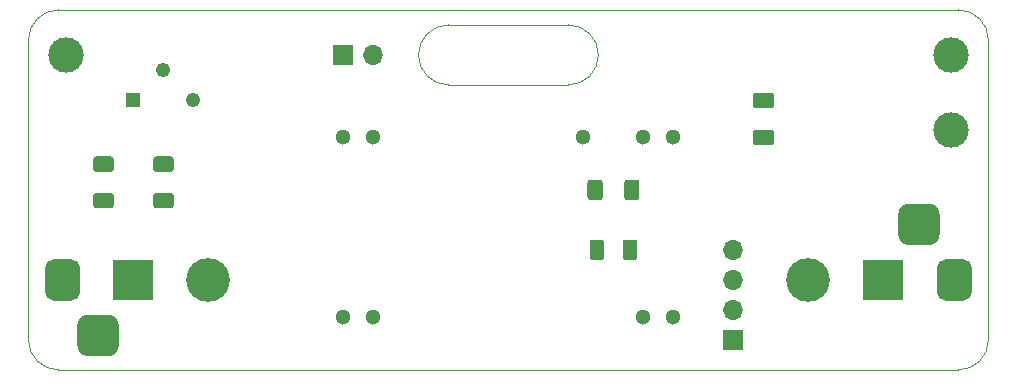
<source format=gbr>
%TF.GenerationSoftware,KiCad,Pcbnew,5.1.8+dfsg1-1+b1*%
%TF.CreationDate,2021-01-29T12:05:02-06:00*%
%TF.ProjectId,driver,64726976-6572-42e6-9b69-6361645f7063,1.0.0*%
%TF.SameCoordinates,Original*%
%TF.FileFunction,Soldermask,Top*%
%TF.FilePolarity,Negative*%
%FSLAX46Y46*%
G04 Gerber Fmt 4.6, Leading zero omitted, Abs format (unit mm)*
G04 Created by KiCad (PCBNEW 5.1.8+dfsg1-1+b1) date 2021-01-29 12:05:02*
%MOMM*%
%LPD*%
G01*
G04 APERTURE LIST*
%TA.AperFunction,Profile*%
%ADD10C,0.100000*%
%TD*%
%ADD11C,3.000000*%
%ADD12R,1.222000X1.222000*%
%ADD13C,1.222000*%
%ADD14C,3.700000*%
%ADD15C,1.300000*%
%ADD16R,3.500000X3.500000*%
%ADD17O,1.700000X1.700000*%
%ADD18R,1.700000X1.700000*%
G04 APERTURE END LIST*
D10*
X121920000Y-85090000D02*
G75*
G02*
X119380000Y-82550000I0J2540000D01*
G01*
X165100000Y-78740000D02*
X88900000Y-78740000D01*
X119380000Y-82550000D02*
G75*
G02*
X121920000Y-80010000I2540000J0D01*
G01*
X132080000Y-80010000D02*
G75*
G02*
X134620000Y-82550000I0J-2540000D01*
G01*
X134620000Y-82550000D02*
G75*
G02*
X132080000Y-85090000I-2540000J0D01*
G01*
X132080000Y-80010000D02*
X121920000Y-80010000D01*
X132080000Y-85090000D02*
X121920000Y-85090000D01*
X165100000Y-109220000D02*
X88900000Y-109220000D01*
X86360000Y-81280000D02*
X86360000Y-106680000D01*
X167640000Y-106680000D02*
X167640000Y-81280000D01*
X86360000Y-81280000D02*
G75*
G02*
X88900000Y-78740000I2540000J0D01*
G01*
X88900000Y-109220000D02*
G75*
G02*
X86360000Y-106680000I0J2540000D01*
G01*
X167640000Y-106680000D02*
G75*
G02*
X165100000Y-109220000I-2540000J0D01*
G01*
X165100000Y-78740000D02*
G75*
G02*
X167640000Y-81280000I0J-2540000D01*
G01*
D11*
%TO.C,TP3*%
X164465000Y-82550000D03*
%TD*%
%TO.C,TP2*%
X164465000Y-88900000D03*
%TD*%
%TO.C,TP1*%
X89535000Y-82550000D03*
%TD*%
%TO.C,R2*%
G36*
G01*
X92085000Y-94245000D02*
X93335000Y-94245000D01*
G75*
G02*
X93585000Y-94495000I0J-250000D01*
G01*
X93585000Y-95295000D01*
G75*
G02*
X93335000Y-95545000I-250000J0D01*
G01*
X92085000Y-95545000D01*
G75*
G02*
X91835000Y-95295000I0J250000D01*
G01*
X91835000Y-94495000D01*
G75*
G02*
X92085000Y-94245000I250000J0D01*
G01*
G37*
G36*
G01*
X92085000Y-91145000D02*
X93335000Y-91145000D01*
G75*
G02*
X93585000Y-91395000I0J-250000D01*
G01*
X93585000Y-92195000D01*
G75*
G02*
X93335000Y-92445000I-250000J0D01*
G01*
X92085000Y-92445000D01*
G75*
G02*
X91835000Y-92195000I0J250000D01*
G01*
X91835000Y-91395000D01*
G75*
G02*
X92085000Y-91145000I250000J0D01*
G01*
G37*
%TD*%
%TO.C,R1*%
G36*
G01*
X98415000Y-92445000D02*
X97165000Y-92445000D01*
G75*
G02*
X96915000Y-92195000I0J250000D01*
G01*
X96915000Y-91395000D01*
G75*
G02*
X97165000Y-91145000I250000J0D01*
G01*
X98415000Y-91145000D01*
G75*
G02*
X98665000Y-91395000I0J-250000D01*
G01*
X98665000Y-92195000D01*
G75*
G02*
X98415000Y-92445000I-250000J0D01*
G01*
G37*
G36*
G01*
X98415000Y-95545000D02*
X97165000Y-95545000D01*
G75*
G02*
X96915000Y-95295000I0J250000D01*
G01*
X96915000Y-94495000D01*
G75*
G02*
X97165000Y-94245000I250000J0D01*
G01*
X98415000Y-94245000D01*
G75*
G02*
X98665000Y-94495000I0J-250000D01*
G01*
X98665000Y-95295000D01*
G75*
G02*
X98415000Y-95545000I-250000J0D01*
G01*
G37*
%TD*%
%TO.C,C2*%
G36*
G01*
X147939999Y-85747500D02*
X149240001Y-85747500D01*
G75*
G02*
X149490000Y-85997499I0J-249999D01*
G01*
X149490000Y-86822501D01*
G75*
G02*
X149240001Y-87072500I-249999J0D01*
G01*
X147939999Y-87072500D01*
G75*
G02*
X147690000Y-86822501I0J249999D01*
G01*
X147690000Y-85997499D01*
G75*
G02*
X147939999Y-85747500I249999J0D01*
G01*
G37*
G36*
G01*
X147939999Y-88872500D02*
X149240001Y-88872500D01*
G75*
G02*
X149490000Y-89122499I0J-249999D01*
G01*
X149490000Y-89947501D01*
G75*
G02*
X149240001Y-90197500I-249999J0D01*
G01*
X147939999Y-90197500D01*
G75*
G02*
X147690000Y-89947501I0J249999D01*
G01*
X147690000Y-89122499D01*
G75*
G02*
X147939999Y-88872500I249999J0D01*
G01*
G37*
%TD*%
D12*
%TO.C,RV1*%
X95250000Y-86360000D03*
D13*
X97790000Y-83820000D03*
X100330000Y-86360000D03*
%TD*%
%TO.C,R5*%
G36*
G01*
X136790000Y-94605001D02*
X136790000Y-93354999D01*
G75*
G02*
X137039999Y-93105000I249999J0D01*
G01*
X137840001Y-93105000D01*
G75*
G02*
X138090000Y-93354999I0J-249999D01*
G01*
X138090000Y-94605001D01*
G75*
G02*
X137840001Y-94855000I-249999J0D01*
G01*
X137039999Y-94855000D01*
G75*
G02*
X136790000Y-94605001I0J249999D01*
G01*
G37*
G36*
G01*
X133690000Y-94605001D02*
X133690000Y-93354999D01*
G75*
G02*
X133939999Y-93105000I249999J0D01*
G01*
X134740001Y-93105000D01*
G75*
G02*
X134990000Y-93354999I0J-249999D01*
G01*
X134990000Y-94605001D01*
G75*
G02*
X134740001Y-94855000I-249999J0D01*
G01*
X133939999Y-94855000D01*
G75*
G02*
X133690000Y-94605001I0J249999D01*
G01*
G37*
%TD*%
%TO.C,D1*%
G36*
G01*
X136665000Y-99685000D02*
X136665000Y-98435000D01*
G75*
G02*
X136915000Y-98185000I250000J0D01*
G01*
X137665000Y-98185000D01*
G75*
G02*
X137915000Y-98435000I0J-250000D01*
G01*
X137915000Y-99685000D01*
G75*
G02*
X137665000Y-99935000I-250000J0D01*
G01*
X136915000Y-99935000D01*
G75*
G02*
X136665000Y-99685000I0J250000D01*
G01*
G37*
G36*
G01*
X133865000Y-99685000D02*
X133865000Y-98435000D01*
G75*
G02*
X134115000Y-98185000I250000J0D01*
G01*
X134865000Y-98185000D01*
G75*
G02*
X135115000Y-98435000I0J-250000D01*
G01*
X135115000Y-99685000D01*
G75*
G02*
X134865000Y-99935000I-250000J0D01*
G01*
X134115000Y-99935000D01*
G75*
G02*
X133865000Y-99685000I0J250000D01*
G01*
G37*
%TD*%
D14*
%TO.C,REF\u002A\u002A*%
X152400000Y-101600000D03*
%TD*%
%TO.C,REF\u002A\u002A*%
X101600000Y-101600000D03*
%TD*%
D15*
%TO.C,U2*%
X140970000Y-89535000D03*
X138430000Y-89535000D03*
X133350000Y-89535000D03*
X115570000Y-89535000D03*
X113030000Y-89535000D03*
X113030000Y-104775000D03*
X115570000Y-104775000D03*
X138430000Y-104775000D03*
X140970000Y-104775000D03*
%TD*%
D16*
%TO.C,J4*%
X95250000Y-101600000D03*
G36*
G01*
X87750000Y-102600000D02*
X87750000Y-100600000D01*
G75*
G02*
X88500000Y-99850000I750000J0D01*
G01*
X90000000Y-99850000D01*
G75*
G02*
X90750000Y-100600000I0J-750000D01*
G01*
X90750000Y-102600000D01*
G75*
G02*
X90000000Y-103350000I-750000J0D01*
G01*
X88500000Y-103350000D01*
G75*
G02*
X87750000Y-102600000I0J750000D01*
G01*
G37*
G36*
G01*
X90500000Y-107175000D02*
X90500000Y-105425000D01*
G75*
G02*
X91375000Y-104550000I875000J0D01*
G01*
X93125000Y-104550000D01*
G75*
G02*
X94000000Y-105425000I0J-875000D01*
G01*
X94000000Y-107175000D01*
G75*
G02*
X93125000Y-108050000I-875000J0D01*
G01*
X91375000Y-108050000D01*
G75*
G02*
X90500000Y-107175000I0J875000D01*
G01*
G37*
%TD*%
%TO.C,J3*%
G36*
G01*
X163500000Y-96025000D02*
X163500000Y-97775000D01*
G75*
G02*
X162625000Y-98650000I-875000J0D01*
G01*
X160875000Y-98650000D01*
G75*
G02*
X160000000Y-97775000I0J875000D01*
G01*
X160000000Y-96025000D01*
G75*
G02*
X160875000Y-95150000I875000J0D01*
G01*
X162625000Y-95150000D01*
G75*
G02*
X163500000Y-96025000I0J-875000D01*
G01*
G37*
G36*
G01*
X166250000Y-100600000D02*
X166250000Y-102600000D01*
G75*
G02*
X165500000Y-103350000I-750000J0D01*
G01*
X164000000Y-103350000D01*
G75*
G02*
X163250000Y-102600000I0J750000D01*
G01*
X163250000Y-100600000D01*
G75*
G02*
X164000000Y-99850000I750000J0D01*
G01*
X165500000Y-99850000D01*
G75*
G02*
X166250000Y-100600000I0J-750000D01*
G01*
G37*
X158750000Y-101600000D03*
%TD*%
D17*
%TO.C,J5*%
X146050000Y-99060000D03*
X146050000Y-101600000D03*
X146050000Y-104140000D03*
D18*
X146050000Y-106680000D03*
%TD*%
%TO.C,J7*%
X113030000Y-82550000D03*
D17*
X115570000Y-82550000D03*
%TD*%
M02*

</source>
